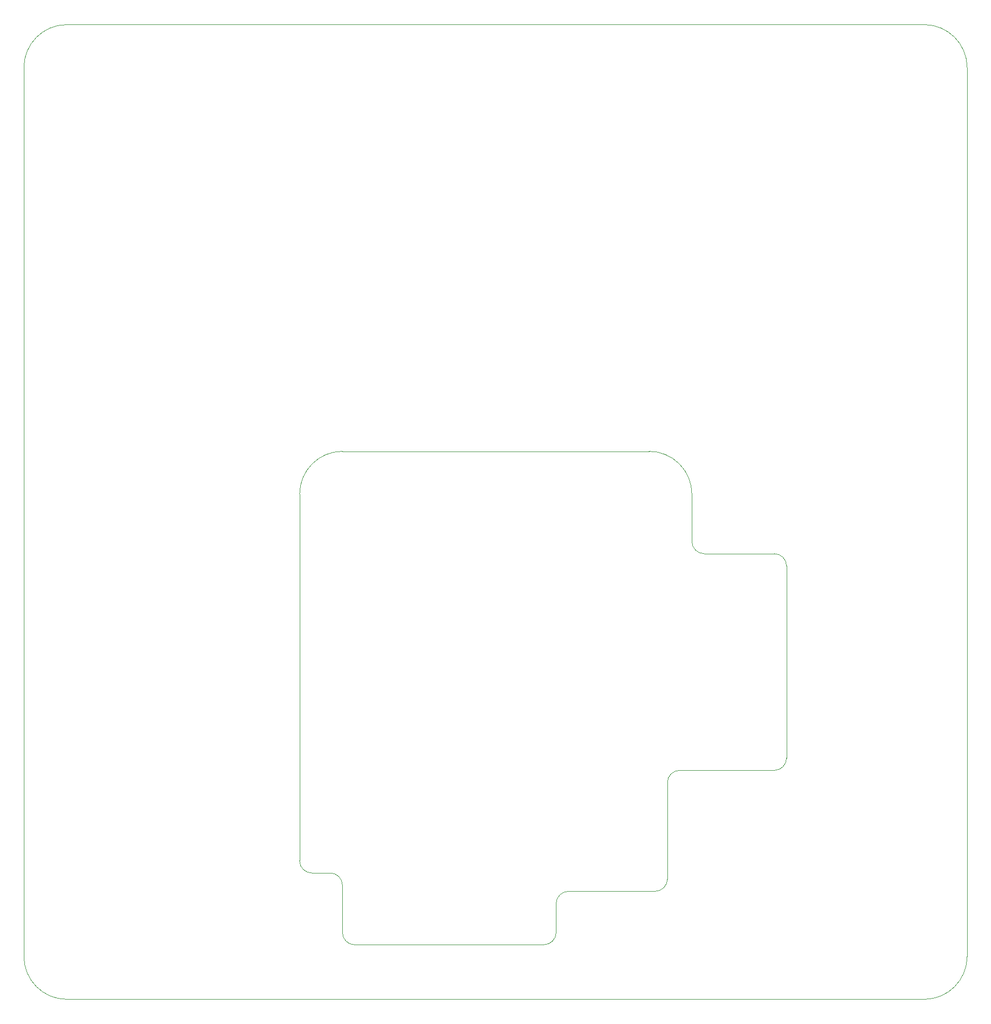
<source format=gko>
G75*
G70*
%OFA0B0*%
%FSLAX25Y25*%
%IPPOS*%
%LPD*%
%AMOC8*
5,1,8,0,0,1.08239X$1,22.5*
%
%ADD29C,0.00394*%
X0000000Y0000000D02*
%LPD*%
G01*
D29*
X0606299Y0027559D02*
X0606299Y0598425D01*
X0606299Y0027559D02*
G75*
G02*
X0578740Y0000000I-027559J0000000D01*
G01*
X0578740Y0625984D02*
G75*
G02*
X0606299Y0598425I0000000J-027559D01*
G01*
X0578740Y0625984D02*
X0027559Y0625984D01*
X0027559Y0000000D02*
X0578740Y0000000D01*
X0000000Y0598425D02*
X0000000Y0027559D01*
X0027559Y0000000D02*
G75*
G02*
X0000000Y0027559I0000000J0027559D01*
G01*
X0000000Y0598425D02*
G75*
G02*
X0027559Y0625984I0027559J0000000D01*
G01*
X0177215Y0154920D02*
X0177165Y0089026D01*
X0177215Y0154920D02*
X0177215Y0324409D01*
X0185039Y0081152D02*
X0196850Y0081152D01*
X0204724Y0073278D02*
X0204724Y0042913D01*
X0334252Y0035089D02*
X0212598Y0035039D01*
X0342126Y0042963D02*
X0342126Y0061467D01*
X0350000Y0069341D02*
X0405748Y0069341D01*
X0401822Y0351968D02*
X0204774Y0351968D01*
X0413633Y0139172D02*
X0413622Y0077215D01*
X0421507Y0147046D02*
X0482333Y0147046D01*
X0429381Y0324409D02*
X0429381Y0294094D01*
X0482333Y0286220D02*
X0437255Y0286220D01*
X0490207Y0154920D02*
X0490207Y0278346D01*
X0177215Y0324409D02*
G75*
G02*
X0204774Y0351969I0027559J0000000D01*
G01*
X0185039Y0081152D02*
G75*
G02*
X0177165Y0089026I0000000J0007874D01*
G01*
X0196850Y0081152D02*
G75*
G02*
X0204724Y0073278I0000000J-007874D01*
G01*
X0212598Y0035039D02*
G75*
G02*
X0204725Y0042913I0000000J0007874D01*
G01*
X0342126Y0061467D02*
G75*
G02*
X0350000Y0069341I0007874J0000000D01*
G01*
X0342126Y0042963D02*
G75*
G02*
X0334252Y0035089I-007874J0000000D01*
G01*
X0401822Y0351968D02*
G75*
G02*
X0429381Y0324409I0000001J-027559D01*
G01*
X0413622Y0077215D02*
G75*
G02*
X0405748Y0069341I-007874J0000000D01*
G01*
X0413633Y0139172D02*
G75*
G02*
X0421507Y0147046I0007874J0000000D01*
G01*
X0437255Y0286220D02*
G75*
G02*
X0429381Y0294094I0000000J0007874D01*
G01*
X0482333Y0286220D02*
G75*
G02*
X0490207Y0278346I0000000J-007874D01*
G01*
X0490207Y0154920D02*
G75*
G02*
X0482333Y0147046I-007874J0000000D01*
G01*
X0106299Y0029971D02*
G01*
G75*
M02*

</source>
